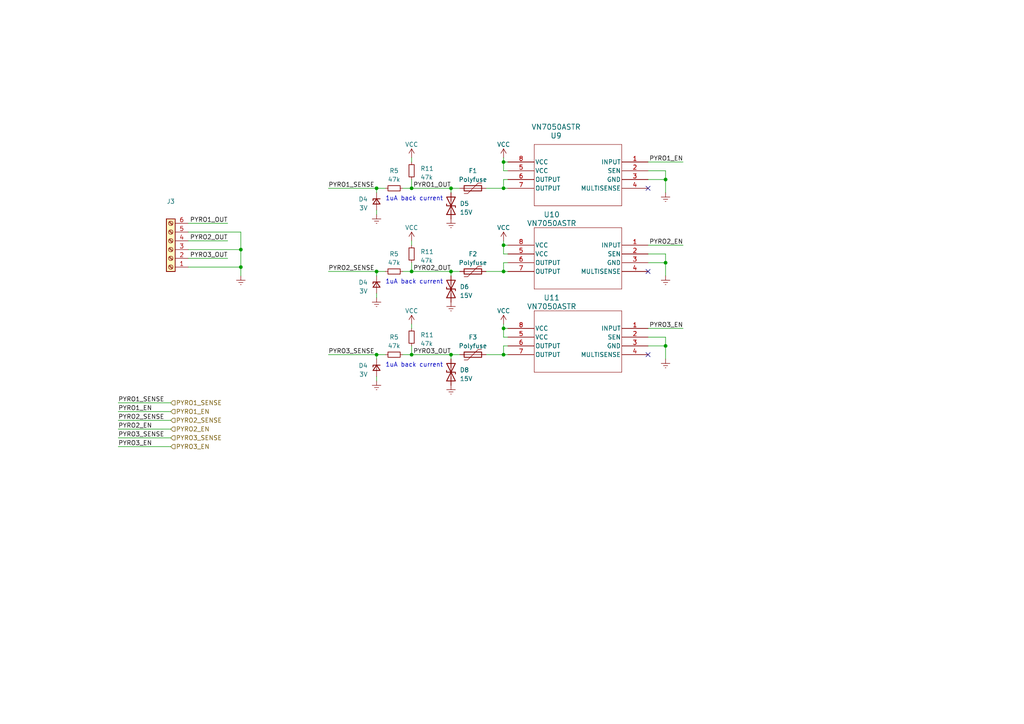
<source format=kicad_sch>
(kicad_sch (version 20230121) (generator eeschema)
  (paper "A4")
  (lib_symbols
    (symbol "Connector:Screw_Terminal_01x06" (pin_names (offset 1.016) hide)
      (property "Reference" "J" (at 0 7.62 0))
      (property "Value" "Screw_Terminal_01x06" (at 0 -10.16 0))
      (symbol "Screw_Terminal_01x06_1_1"
        (rectangle (start -1.27 6.35) (end 1.27 -8.89) (stroke (width 0.254)) (fill (type background)))
        (circle (center 0 -7.62) (radius 0.635) (stroke (width 0.1524)))
        (circle (center 0 -5.08) (radius 0.635) (stroke (width 0.1524)))
        (circle (center 0 -2.54) (radius 0.635) (stroke (width 0.1524)))
        (polyline (pts (xy -0.5334 -7.2898) (xy 0.3302 -8.128)) (stroke (width 0.1524)))
        (polyline (pts (xy -0.5334 -4.7498) (xy 0.3302 -5.588)) (stroke (width 0.1524)))
        (polyline (pts (xy -0.5334 -2.2098) (xy 0.3302 -3.048)) (stroke (width 0.1524)))
        (polyline (pts (xy -0.5334 0.3302) (xy 0.3302 -0.508)) (stroke (width 0.1524)))
        (polyline (pts (xy -0.5334 2.8702) (xy 0.3302 2.032)) (stroke (width 0.1524)))
        (polyline (pts (xy -0.5334 5.4102) (xy 0.3302 4.572)) (stroke (width 0.1524)))
        (polyline (pts (xy -0.3556 -7.112) (xy 0.508 -7.9502)) (stroke (width 0.1524)))
        (polyline (pts (xy -0.3556 -4.572) (xy 0.508 -5.4102)) (stroke (width 0.1524)))
        (polyline (pts (xy -0.3556 -2.032) (xy 0.508 -2.8702)) (stroke (width 0.1524)))
        (polyline (pts (xy -0.3556 0.508) (xy 0.508 -0.3302)) (stroke (width 0.1524)))
        (polyline (pts (xy -0.3556 3.048) (xy 0.508 2.2098)) (stroke (width 0.1524)))
        (polyline (pts (xy -0.3556 5.588) (xy 0.508 4.7498)) (stroke (width 0.1524)))
        (circle (center 0 0) (radius 0.635) (stroke (width 0.1524)))
        (circle (center 0 2.54) (radius 0.635) (stroke (width 0.1524)))
        (circle (center 0 5.08) (radius 0.635) (stroke (width 0.1524)))
        (pin passive line (at -5.08 5.08 0) (length 3.81) (name "Pin_1") (number "1"))
        (pin passive line (at -5.08 2.54 0) (length 3.81) (name "Pin_2") (number "2"))
        (pin passive line (at -5.08 0 0) (length 3.81) (name "Pin_3") (number "3"))
        (pin passive line (at -5.08 -2.54 0) (length 3.81) (name "Pin_4") (number "4"))
        (pin passive line (at -5.08 -5.08 0) (length 3.81) (name "Pin_5") (number "5"))
        (pin passive line (at -5.08 -7.62 0) (length 3.81) (name "Pin_6") (number "6"))
      )
    )
    (symbol "Device:D_TVS" (pin_numbers hide) (pin_names (offset 1.016) hide)
      (property "Reference" "D" (at 0 2.54 0))
      (property "Value" "D_TVS" (at 0 -2.54 0))
      (symbol "D_TVS_0_1"
        (polyline (pts (xy 1.27 0) (xy -1.27 0)))
        (polyline (pts (xy 0.508 1.27) (xy 0 1.27) (xy 0 -1.27) (xy -0.508 -1.27)) (stroke (width 0.254)))
        (polyline (pts (xy -2.54 1.27) (xy -2.54 -1.27) (xy 2.54 1.27) (xy 2.54 -1.27) (xy -2.54 1.27)) (stroke (width 0.254)))
      )
      (symbol "D_TVS_1_1"
        (pin passive line (at -3.81 0 0) (length 2.54) (name "A1") (number "1"))
        (pin passive line (at 3.81 0 180) (length 2.54) (name "A2") (number "2"))
      )
    )
    (symbol "Device:D_Zener_Small" (pin_numbers hide) (pin_names (offset 0.254) hide)
      (property "Reference" "D" (at 0 2.286 0))
      (property "Value" "D_Zener_Small" (at 0 -2.286 0))
      (symbol "D_Zener_Small_0_1"
        (polyline (pts (xy 0.762 0) (xy -0.762 0)))
        (polyline (pts (xy -0.254 1.016) (xy -0.762 1.016) (xy -0.762 -1.016)) (stroke (width 0.254)))
        (polyline (pts (xy 0.762 1.016) (xy -0.762 0) (xy 0.762 -1.016) (xy 0.762 1.016)) (stroke (width 0.254)))
      )
      (symbol "D_Zener_Small_1_1"
        (pin passive line (at -2.54 0 0) (length 1.778) (name "K") (number "1"))
        (pin passive line (at 2.54 0 180) (length 1.778) (name "A") (number "2"))
      )
    )
    (symbol "Device:Polyfuse" (pin_numbers hide) (pin_names (offset 0))
      (property "Reference" "F" (at -2.54 0 90))
      (property "Value" "Polyfuse" (at 2.54 0 90))
      (symbol "Polyfuse_0_1"
        (rectangle (start -0.762 2.54) (end 0.762 -2.54) (stroke (width 0.254)))
        (polyline (pts (xy 0 2.54) (xy 0 -2.54)))
        (polyline (pts (xy -1.524 2.54) (xy -1.524 1.524) (xy 1.524 -1.524) (xy 1.524 -2.54)))
      )
      (symbol "Polyfuse_1_1"
        (pin passive line (at 0 3.81 270) (length 1.27) (name "~") (number "1"))
        (pin passive line (at 0 -3.81 90) (length 1.27) (name "~") (number "2"))
      )
    )
    (symbol "Device:R_Small" (pin_numbers hide) (pin_names (offset 0.254) hide)
      (property "Reference" "R" (at 0.762 0.508 0))
      (property "Value" "R_Small" (at 0.762 -1.016 0))
      (symbol "R_Small_0_1"
        (rectangle (start -0.762 1.778) (end 0.762 -1.778) (stroke (width 0.2032)))
      )
      (symbol "R_Small_1_1"
        (pin passive line (at 0 2.54 270) (length 0.762) (name "~") (number "1"))
        (pin passive line (at 0 -2.54 90) (length 0.762) (name "~") (number "2"))
      )
    )
    (symbol "Earth_11" (power) (pin_names (offset 0))
      (symbol "Earth_11_0_1"
        (polyline (pts (xy -0.635 -1.905) (xy 0.635 -1.905)))
        (polyline (pts (xy -0.127 -2.54) (xy 0.127 -2.54)))
        (polyline (pts (xy 0 -1.27) (xy 0 0)))
        (polyline (pts (xy 1.27 -1.27) (xy -1.27 -1.27)))
      )
      (symbol "Earth_11_1_1"
        (pin power_in line (at 0 0 270) (length 0) hide (name "Earth") (number "1"))
      )
    )
    (symbol "Earth_12" (power) (pin_names (offset 0))
      (symbol "Earth_12_0_1"
        (polyline (pts (xy -0.635 -1.905) (xy 0.635 -1.905)))
        (polyline (pts (xy -0.127 -2.54) (xy 0.127 -2.54)))
        (polyline (pts (xy 0 -1.27) (xy 0 0)))
        (polyline (pts (xy 1.27 -1.27) (xy -1.27 -1.27)))
      )
      (symbol "Earth_12_1_1"
        (pin power_in line (at 0 0 270) (length 0) hide (name "Earth") (number "1"))
      )
    )
    (symbol "VN7050AS:VN7050ASTR" (pin_names (offset 0.254))
      (property "Reference" "U" (at 20.32 10.16 0))
      (property "Value" "VN7050ASTR" (at 20.32 7.62 0))
      (symbol "VN7050ASTR_0_1"
        (polyline (pts (xy 7.62 -12.7) (xy 33.02 -12.7)) (stroke (width 0.127)))
        (polyline (pts (xy 7.62 5.08) (xy 7.62 -12.7)) (stroke (width 0.127)))
        (polyline (pts (xy 33.02 -12.7) (xy 33.02 5.08)) (stroke (width 0.127)))
        (polyline (pts (xy 33.02 5.08) (xy 7.62 5.08)) (stroke (width 0.127)))
        (pin input line (at 0 0 0) (length 7.62) (name "INPUT") (number "1"))
        (pin unspecified line (at 0 -2.54 0) (length 7.62) (name "SEN") (number "2"))
        (pin power_out line (at 0 -5.08 0) (length 7.62) (name "GND") (number "3"))
        (pin unspecified line (at 0 -7.62 0) (length 7.62) (name "MULTISENSE") (number "4"))
        (pin power_in line (at 40.64 -2.54 180) (length 7.62) (name "VCC") (number "5"))
        (pin output line (at 40.64 -5.08 180) (length 7.62) (name "OUTPUT") (number "6"))
        (pin output line (at 40.64 -7.62 180) (length 7.62) (name "OUTPUT") (number "7"))
        (pin power_in line (at 40.64 0 180) (length 7.62) (name "VCC") (number "8"))
      )
    )
    (symbol "power:Earth" (power) (pin_names (offset 0))
      (symbol "Earth_0_1"
        (polyline (pts (xy -0.635 -1.905) (xy 0.635 -1.905)))
        (polyline (pts (xy -0.127 -2.54) (xy 0.127 -2.54)))
        (polyline (pts (xy 0 -1.27) (xy 0 0)))
        (polyline (pts (xy 1.27 -1.27) (xy -1.27 -1.27)))
      )
      (symbol "Earth_1_1"
        (pin power_in line (at 0 0 270) (length 0) hide (name "Earth") (number "1"))
      )
    )
    (symbol "power:VCC" (power) (pin_names (offset 0))
      (property "Value" "VCC" (at 0 3.81 0))
      (symbol "VCC_0_1"
        (polyline (pts (xy -0.762 1.27) (xy 0 2.54)))
        (polyline (pts (xy 0 0) (xy 0 2.54)))
        (polyline (pts (xy 0 2.54) (xy 0.762 1.27)))
      )
      (symbol "VCC_1_1"
        (pin power_in line (at 0 0 90) (length 0) hide (name "VCC") (number "1"))
      )
    )
  )
  (junction (at 193.04 52.07))
  (junction (at 130.81 102.87))
  (junction (at 146.05 46.99))
  (junction (at 193.04 100.33))
  (junction (at 193.04 76.2))
  (junction (at 130.81 78.74))
  (junction (at 69.85 72.39))
  (junction (at 119.38 102.87))
  (junction (at 109.22 78.74))
  (junction (at 146.05 95.25))
  (junction (at 109.22 102.87))
  (junction (at 69.85 77.47))
  (junction (at 146.05 71.12))
  (junction (at 109.22 54.61))
  (junction (at 119.38 54.61))
  (junction (at 146.05 78.74))
  (junction (at 146.05 102.87))
  (junction (at 130.81 54.61))
  (junction (at 119.38 78.74))
  (junction (at 146.05 54.61))
  (no_connect (at 187.96 78.74))
  (no_connect (at 187.96 54.61))
  (no_connect (at 187.96 102.87))
  (wire (pts (xy 187.96 100.33) (xy 193.04 100.33)))
  (wire (pts (xy 193.04 52.07) (xy 193.04 55.88)))
  (wire (pts (xy 119.38 93.98) (xy 119.38 95.25)))
  (wire (pts (xy 140.97 102.87) (xy 146.05 102.87)))
  (wire (pts (xy 109.22 85.09) (xy 109.22 86.36)))
  (wire (pts (xy 147.32 73.66) (xy 146.05 73.66)))
  (wire (pts (xy 116.84 78.74) (xy 119.38 78.74)))
  (wire (pts (xy 146.05 97.79) (xy 146.05 95.25)))
  (wire (pts (xy 193.04 76.2) (xy 193.04 80.01)))
  (wire (pts (xy 130.81 54.61) (xy 133.35 54.61)))
  (wire (pts (xy 119.38 52.07) (xy 119.38 54.61)))
  (wire (pts (xy 119.38 78.74) (xy 130.81 78.74)))
  (wire (pts (xy 95.25 78.74) (xy 109.22 78.74)))
  (wire (pts (xy 34.29 124.46) (xy 49.53 124.46)))
  (wire (pts (xy 109.22 104.14) (xy 109.22 102.87)))
  (wire (pts (xy 119.38 100.33) (xy 119.38 102.87)))
  (wire (pts (xy 146.05 78.74) (xy 147.32 78.74)))
  (wire (pts (xy 130.81 102.87) (xy 130.81 104.14)))
  (wire (pts (xy 146.05 102.87) (xy 147.32 102.87)))
  (wire (pts (xy 54.61 74.93) (xy 66.04 74.93)))
  (wire (pts (xy 109.22 55.88) (xy 109.22 54.61)))
  (wire (pts (xy 116.84 102.87) (xy 119.38 102.87)))
  (wire (pts (xy 130.81 102.87) (xy 133.35 102.87)))
  (wire (pts (xy 69.85 77.47) (xy 69.85 80.01)))
  (wire (pts (xy 187.96 76.2) (xy 193.04 76.2)))
  (wire (pts (xy 146.05 76.2) (xy 147.32 76.2)))
  (wire (pts (xy 54.61 64.77) (xy 66.04 64.77)))
  (wire (pts (xy 109.22 102.87) (xy 111.76 102.87)))
  (wire (pts (xy 109.22 80.01) (xy 109.22 78.74)))
  (wire (pts (xy 119.38 102.87) (xy 130.81 102.87)))
  (wire (pts (xy 116.84 54.61) (xy 119.38 54.61)))
  (wire (pts (xy 187.96 97.79) (xy 193.04 97.79)))
  (wire (pts (xy 54.61 69.85) (xy 66.04 69.85)))
  (wire (pts (xy 146.05 49.53) (xy 146.05 46.99)))
  (wire (pts (xy 146.05 46.99) (xy 147.32 46.99)))
  (wire (pts (xy 140.97 54.61) (xy 146.05 54.61)))
  (wire (pts (xy 34.29 116.84) (xy 49.53 116.84)))
  (wire (pts (xy 187.96 52.07) (xy 193.04 52.07)))
  (wire (pts (xy 193.04 73.66) (xy 193.04 76.2)))
  (wire (pts (xy 119.38 69.85) (xy 119.38 71.12)))
  (wire (pts (xy 54.61 77.47) (xy 69.85 77.47)))
  (wire (pts (xy 146.05 102.87) (xy 146.05 100.33)))
  (wire (pts (xy 146.05 69.85) (xy 146.05 71.12)))
  (wire (pts (xy 69.85 67.31) (xy 69.85 72.39)))
  (wire (pts (xy 119.38 54.61) (xy 130.81 54.61)))
  (wire (pts (xy 54.61 72.39) (xy 69.85 72.39)))
  (wire (pts (xy 147.32 52.07) (xy 146.05 52.07)))
  (wire (pts (xy 109.22 60.96) (xy 109.22 62.23)))
  (wire (pts (xy 130.81 78.74) (xy 130.81 80.01)))
  (wire (pts (xy 34.29 127) (xy 49.53 127)))
  (wire (pts (xy 146.05 100.33) (xy 147.32 100.33)))
  (wire (pts (xy 95.25 102.87) (xy 109.22 102.87)))
  (wire (pts (xy 146.05 95.25) (xy 147.32 95.25)))
  (wire (pts (xy 146.05 93.98) (xy 146.05 95.25)))
  (wire (pts (xy 119.38 76.2) (xy 119.38 78.74)))
  (wire (pts (xy 187.96 95.25) (xy 198.12 95.25)))
  (wire (pts (xy 147.32 49.53) (xy 146.05 49.53)))
  (wire (pts (xy 54.61 67.31) (xy 69.85 67.31)))
  (wire (pts (xy 34.29 129.54) (xy 49.53 129.54)))
  (wire (pts (xy 146.05 52.07) (xy 146.05 54.61)))
  (wire (pts (xy 146.05 45.72) (xy 146.05 46.99)))
  (wire (pts (xy 193.04 97.79) (xy 193.04 100.33)))
  (wire (pts (xy 140.97 78.74) (xy 146.05 78.74)))
  (wire (pts (xy 34.29 119.38) (xy 49.53 119.38)))
  (wire (pts (xy 187.96 49.53) (xy 193.04 49.53)))
  (wire (pts (xy 193.04 49.53) (xy 193.04 52.07)))
  (wire (pts (xy 34.29 121.92) (xy 49.53 121.92)))
  (wire (pts (xy 146.05 73.66) (xy 146.05 71.12)))
  (wire (pts (xy 69.85 72.39) (xy 69.85 77.47)))
  (wire (pts (xy 147.32 97.79) (xy 146.05 97.79)))
  (wire (pts (xy 146.05 54.61) (xy 147.32 54.61)))
  (wire (pts (xy 130.81 54.61) (xy 130.81 55.88)))
  (wire (pts (xy 187.96 73.66) (xy 193.04 73.66)))
  (wire (pts (xy 95.25 54.61) (xy 109.22 54.61)))
  (wire (pts (xy 187.96 71.12) (xy 198.12 71.12)))
  (wire (pts (xy 146.05 71.12) (xy 147.32 71.12)))
  (wire (pts (xy 109.22 109.22) (xy 109.22 110.49)))
  (wire (pts (xy 109.22 78.74) (xy 111.76 78.74)))
  (wire (pts (xy 187.96 46.99) (xy 198.12 46.99)))
  (wire (pts (xy 109.22 54.61) (xy 111.76 54.61)))
  (wire (pts (xy 146.05 78.74) (xy 146.05 76.2)))
  (wire (pts (xy 119.38 45.72) (xy 119.38 46.99)))
  (wire (pts (xy 130.81 78.74) (xy 133.35 78.74)))
  (wire (pts (xy 193.04 100.33) (xy 193.04 104.14)))
  (text "1uA back current" (at 111.76 106.68 0) (effects (font (size 1.27 1.27)) (justify left bottom)))
  (text "1uA back current" (at 111.76 82.55 0) (effects (font (size 1.27 1.27)) (justify left bottom)))
  (text "1uA back current" (at 111.76 58.42 0) (effects (font (size 1.27 1.27)) (justify left bottom)))
  (label "PYRO3_EN" (at 34.29 129.54 0))
  (label "PYRO3_OUT" (at 130.81 102.87 180))
  (label "PYRO1_OUT" (at 130.81 54.61 180))
  (label "PYRO3_OUT" (at 66.04 74.93 180))
  (label "PYRO2_SENSE" (at 34.29 121.92 0))
  (label "PYRO2_EN" (at 198.12 71.12 180))
  (label "PYRO1_EN" (at 198.12 46.99 180))
  (label "PYRO2_EN" (at 34.29 124.46 0))
  (label "PYRO3_SENSE" (at 95.25 102.87 0))
  (label "PYRO2_OUT" (at 130.81 78.74 180))
  (label "PYRO2_OUT" (at 66.04 69.85 180))
  (label "PYRO1_SENSE" (at 34.29 116.84 0))
  (label "PYRO3_EN" (at 198.12 95.25 180))
  (label "PYRO1_OUT" (at 66.04 64.77 180))
  (label "PYRO2_SENSE" (at 95.25 78.74 0))
  (label "PYRO1_EN" (at 34.29 119.38 0))
  (label "PYRO3_SENSE" (at 34.29 127 0))
  (label "PYRO1_SENSE" (at 95.25 54.61 0))
  (hierarchical_label "PYRO2_SENSE" (shape input) (at 49.53 121.92 0))
  (hierarchical_label "PYRO1_EN" (shape input) (at 49.53 119.38 0))
  (hierarchical_label "PYRO3_SENSE" (shape input) (at 49.53 127 0))
  (hierarchical_label "PYRO2_EN" (shape input) (at 49.53 124.46 0))
  (hierarchical_label "PYRO3_EN" (shape input) (at 49.53 129.54 0))
  (hierarchical_label "PYRO1_SENSE" (shape input) (at 49.53 116.84 0))
  (symbol (lib_id "power:Earth") (at 193.04 104.14 0) (unit 1)
    (property "Reference" "#PWR027" (effects hide))
    (property "Value" "Earth" (effects hide))
  )
  (symbol (lib_id "power:Earth") (at 193.04 55.88 0) (unit 1)
    (property "Reference" "#PWR026" (effects hide))
    (property "Value" "Earth" (effects hide))
  )
  (symbol (lib_id "power:VCC") (at 119.38 45.72 0) (unit 1)
    (property "Reference" "#PWR021" (effects hide))
    (property "Value" "VCC" (at 119.38 41.91 0))
  )
  (symbol (lib_id "Device:D_TVS") (at 130.81 107.95 90) (unit 1)
    (property "Reference" "D8" (at 133.35 107.315 90) (effects (justify right)))
    (property "Value" "15V" (at 133.35 109.855 90) (effects (justify right)))
    (property "Footprint" "Diode_SMD:D_0603_1608Metric" (effects hide))
  )
  (symbol (lib_id "Device:Polyfuse") (at 137.16 78.74 90) (unit 1)
    (property "Reference" "F2" (at 137.16 73.66 90))
    (property "Value" "Polyfuse" (at 137.16 76.2 90))
    (property "Footprint" "Fuse:Fuse_1210_3225Metric_Pad1.42x2.65mm_HandSolder" (effects hide))
  )
  (symbol (lib_id "Device:R_Small") (at 119.38 49.53 0) (unit 1)
    (property "Reference" "R11" (at 121.92 48.895 0) (effects (justify left)))
    (property "Value" "47k" (at 121.92 51.435 0) (effects (justify left)))
    (property "Footprint" "Resistor_SMD:R_0603_1608Metric" (effects hide))
    (instances (project "euroc_controller" (path "" (reference "R11") (unit 1)) (path "" (reference "R17") (unit 1))))
  )
  (symbol (lib_id "Device:R_Small") (at 119.38 97.79 0) (unit 1)
    (property "Reference" "R11" (at 121.92 97.155 0) (effects (justify left)))
    (property "Value" "47k" (at 121.92 99.695 0) (effects (justify left)))
    (property "Footprint" "Resistor_SMD:R_0603_1608Metric" (effects hide))
    (instances (project "euroc_controller" (path "" (reference "R11") (unit 1)) (path "" (reference "R12") (unit 1))))
  )
  (symbol (lib_name "Earth_12") (lib_id "power:Earth") (at 109.22 110.49 0) (unit 1)
    (property "Reference" "#PWR015" (effects hide))
    (property "Value" "Earth" (effects hide))
    (instances (project "euroc_controller" (path "" (reference "#PWR015") (unit 1)) (path "" (reference "#PWR018") (unit 1))))
  )
  (symbol (lib_id "Device:D_TVS") (at 130.81 83.82 90) (unit 1)
    (property "Reference" "D6" (at 133.35 83.185 90) (effects (justify right)))
    (property "Value" "15V" (at 133.35 85.725 90) (effects (justify right)))
    (property "Footprint" "Diode_SMD:D_0603_1608Metric" (effects hide))
  )
  (symbol (lib_name "Earth_12") (lib_id "power:Earth") (at 109.22 86.36 0) (unit 1)
    (property "Reference" "#PWR015" (effects hide))
    (property "Value" "Earth" (effects hide))
    (instances (project "euroc_controller" (path "" (reference "#PWR015") (unit 1)) (path "" (reference "#PWR013") (unit 1))))
  )
  (symbol (lib_name "Earth_12") (lib_id "power:Earth") (at 109.22 62.23 0) (unit 1)
    (property "Reference" "#PWR015" (effects hide))
    (property "Value" "Earth" (effects hide))
    (instances (project "euroc_controller" (path "" (reference "#PWR015") (unit 1)) (path "" (reference "#PWR012") (unit 1))))
  )
  (symbol (lib_id "power:Earth") (at 130.81 111.76 0) (unit 1)
    (property "Reference" "#PWR020" (effects hide))
    (property "Value" "Earth" (effects hide))
  )
  (symbol (lib_id "Device:Polyfuse") (at 137.16 102.87 90) (unit 1)
    (property "Reference" "F3" (at 137.16 97.79 90))
    (property "Value" "Polyfuse" (at 137.16 100.33 90))
    (property "Footprint" "Fuse:Fuse_1210_3225Metric_Pad1.42x2.65mm_HandSolder" (effects hide))
  )
  (symbol (lib_id "power:VCC") (at 146.05 93.98 0) (unit 1)
    (property "Reference" "#PWR024" (effects hide))
    (property "Value" "VCC" (at 146.05 90.17 0))
  )
  (symbol (lib_id "power:VCC") (at 119.38 93.98 0) (unit 1)
    (property "Reference" "#PWR019" (effects hide))
    (property "Value" "VCC" (at 119.38 90.17 0))
  )
  (symbol (lib_id "Device:R_Small") (at 114.3 78.74 270) (unit 1)
    (property "Reference" "R5" (at 114.3 73.66 90))
    (property "Value" "47k" (at 114.3 76.2 90))
    (property "Footprint" "Resistor_SMD:R_0603_1608Metric" (effects hide))
    (instances (project "euroc_controller" (path "" (reference "R5") (unit 1)) (path "" (reference "R4") (unit 1))))
  )
  (symbol (lib_id "power:VCC") (at 119.38 69.85 0) (unit 1)
    (property "Reference" "#PWR016" (effects hide))
    (property "Value" "VCC" (at 119.38 66.04 0))
  )
  (symbol (lib_id "Device:D_Zener_Small") (at 109.22 58.42 90) (mirror x) (unit 1)
    (property "Reference" "D4" (at 106.68 57.785 90) (effects (justify left)))
    (property "Value" "3V" (at 106.68 60.325 90) (effects (justify left)))
    (property "Footprint" "Diode_SMD:D_0603_1608Metric" (effects hide))
    (instances (project "euroc_controller" (path "" (reference "D4") (unit 1)) (path "" (reference "D3") (unit 1))))
  )
  (symbol (lib_id "power:Earth") (at 193.04 80.01 0) (unit 1)
    (property "Reference" "#PWR025" (effects hide))
    (property "Value" "Earth" (effects hide))
  )
  (symbol (lib_id "power:Earth") (at 130.81 87.63 0) (unit 1)
    (property "Reference" "#PWR017" (effects hide))
    (property "Value" "Earth" (effects hide))
  )
  (symbol (lib_id "Connector:Screw_Terminal_01x06") (at 49.53 72.39 180) (unit 1)
    (property "Reference" "J3" (at 49.53 58.42 0))
    (property "Value" "Screw_Terminal_01x06" (effects hide))
    (property "Footprint" "TerminalBlock_TE-Connectivity:TerminalBlock_TE_282834-6_1x06_P2.54mm_Horizontal" (effects hide))
    (instances (project "euroc_controller" (path "" (reference "J3") (unit 1)) (path "" (reference "J7") (unit 1))))
  )
  (symbol (lib_id "VN7050AS:VN7050ASTR") (at 187.96 71.12 0) (mirror y) (unit 1)
    (property "Reference" "U10" (at 160.02 62.23 0) (effects (font (size 1.524 1.524))))
    (property "Value" "VN7050ASTR" (at 160.02 64.77 0) (effects (font (size 1.524 1.524))))
    (property "Footprint" "lib:SOIC_050ASTR_STM" (effects hide))
    (property "Datasheet" "VN7050ASTR" (effects hide))
  )
  (symbol (lib_id "Device:D_Zener_Small") (at 109.22 106.68 90) (mirror x) (unit 1)
    (property "Reference" "D4" (at 106.68 106.045 90) (effects (justify left)))
    (property "Value" "3V" (at 106.68 108.585 90) (effects (justify left)))
    (property "Footprint" "Diode_SMD:D_0603_1608Metric" (effects hide))
    (instances (project "euroc_controller" (path "" (reference "D4") (unit 1)) (path "" (reference "D7") (unit 1))))
  )
  (symbol (lib_id "power:VCC") (at 146.05 69.85 0) (unit 1)
    (property "Reference" "#PWR023" (effects hide))
    (property "Value" "VCC" (at 146.05 66.04 0))
  )
  (symbol (lib_id "VN7050AS:VN7050ASTR") (at 187.96 46.99 0) (mirror y) (unit 1)
    (property "Reference" "U9" (at 161.29 39.37 0) (effects (font (size 1.524 1.524))))
    (property "Value" "VN7050ASTR" (at 161.29 36.83 0) (effects (font (size 1.524 1.524))))
    (property "Footprint" "lib:SOIC_050ASTR_STM" (effects hide))
    (property "Datasheet" "VN7050ASTR" (effects hide))
  )
  (symbol (lib_id "Device:R_Small") (at 114.3 102.87 270) (unit 1)
    (property "Reference" "R5" (at 114.3 97.79 90))
    (property "Value" "47k" (at 114.3 100.33 90))
    (property "Footprint" "Resistor_SMD:R_0603_1608Metric" (effects hide))
    (instances (project "euroc_controller" (path "" (reference "R5") (unit 1)) (path "" (reference "R11") (unit 1))))
  )
  (symbol (lib_id "VN7050AS:VN7050ASTR") (at 187.96 95.25 0) (mirror y) (unit 1)
    (property "Reference" "U11" (at 160.02 86.36 0) (effects (font (size 1.524 1.524))))
    (property "Value" "VN7050ASTR" (at 160.02 88.9 0) (effects (font (size 1.524 1.524))))
    (property "Footprint" "lib:SOIC_050ASTR_STM" (effects hide))
    (property "Datasheet" "VN7050ASTR" (effects hide))
  )
  (symbol (lib_id "Device:Polyfuse") (at 137.16 54.61 90) (unit 1)
    (property "Reference" "F1" (at 137.16 49.53 90))
    (property "Value" "Polyfuse" (at 137.16 52.07 90))
    (property "Footprint" "Fuse:Fuse_1210_3225Metric_Pad1.42x2.65mm_HandSolder" (effects hide))
  )
  (symbol (lib_id "Device:D_Zener_Small") (at 109.22 82.55 90) (mirror x) (unit 1)
    (property "Reference" "D4" (at 106.68 81.915 90) (effects (justify left)))
    (property "Value" "3V" (at 106.68 84.455 90) (effects (justify left)))
    (property "Footprint" "Diode_SMD:D_0603_1608Metric" (effects hide))
  )
  (symbol (lib_id "Device:R_Small") (at 114.3 54.61 270) (unit 1)
    (property "Reference" "R5" (at 114.3 49.53 90))
    (property "Value" "47k" (at 114.3 52.07 90))
    (property "Footprint" "Resistor_SMD:R_0603_1608Metric" (effects hide))
    (instances (project "euroc_controller" (path "" (reference "R5") (unit 1)) (path "" (reference "R3") (unit 1))))
  )
  (symbol (lib_id "Device:D_TVS") (at 130.81 59.69 90) (unit 1)
    (property "Reference" "D5" (at 133.35 59.055 90) (effects (justify right)))
    (property "Value" "15V" (at 133.35 61.595 90) (effects (justify right)))
    (property "Footprint" "Diode_SMD:D_0603_1608Metric" (effects hide))
  )
  (symbol (lib_name "Earth_11") (lib_id "power:Earth") (at 69.85 80.01 0) (unit 1)
    (property "Reference" "#PWR011" (effects hide))
    (property "Value" "Earth" (effects hide))
    (instances (project "euroc_controller" (path "" (reference "#PWR011") (unit 1)) (path "" (reference "#PWR015") (unit 1))))
  )
  (symbol (lib_id "power:Earth") (at 130.81 63.5 0) (unit 1)
    (property "Reference" "#PWR011" (effects hide))
    (property "Value" "Earth" (effects hide))
  )
  (symbol (lib_id "Device:R_Small") (at 119.38 73.66 0) (unit 1)
    (property "Reference" "R11" (at 121.92 73.025 0) (effects (justify left)))
    (property "Value" "47k" (at 121.92 75.565 0) (effects (justify left)))
    (property "Footprint" "Resistor_SMD:R_0603_1608Metric" (effects hide))
    (instances (project "euroc_controller" (path "" (reference "R11") (unit 1)) (path "" (reference "R5") (unit 1))))
  )
  (symbol (lib_id "power:VCC") (at 146.05 45.72 0) (unit 1)
    (property "Reference" "#PWR022" (effects hide))
    (property "Value" "VCC" (at 146.05 41.91 0))
  )
)
</source>
